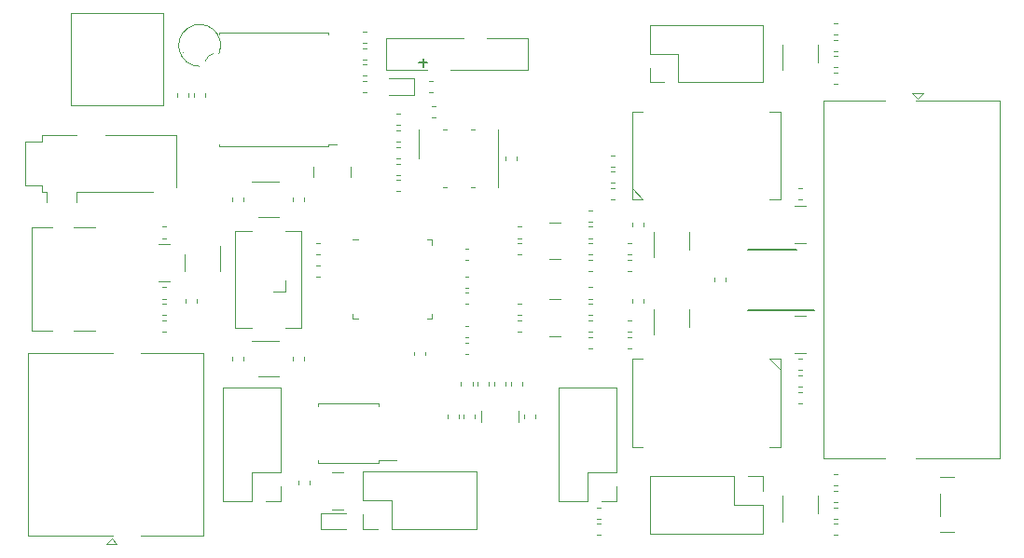
<source format=gbr>
G04 #@! TF.GenerationSoftware,KiCad,Pcbnew,5.1.5*
G04 #@! TF.CreationDate,2020-08-12T23:37:00+02:00*
G04 #@! TF.ProjectId,icE1usb,69634531-7573-4622-9e6b-696361645f70,rev?*
G04 #@! TF.SameCoordinates,Original*
G04 #@! TF.FileFunction,Legend,Top*
G04 #@! TF.FilePolarity,Positive*
%FSLAX46Y46*%
G04 Gerber Fmt 4.6, Leading zero omitted, Abs format (unit mm)*
G04 Created by KiCad (PCBNEW 5.1.5) date 2020-08-12 23:37:00*
%MOMM*%
%LPD*%
G04 APERTURE LIST*
%ADD10C,0.100000*%
%ADD11C,0.120000*%
%ADD12C,0.150000*%
G04 APERTURE END LIST*
D10*
X-28499999Y19346058D02*
G75*
G02X-26750001Y20500001I-1J1903942D01*
G01*
X-27977879Y19825960D02*
G75*
G02X-27249999Y20499999I977879J-325960D01*
G01*
D11*
X-14820000Y9250000D02*
X-14820000Y10250000D01*
X-18180000Y9250000D02*
X-18180000Y10250000D01*
X25837221Y7240000D02*
X26162779Y7240000D01*
X25837221Y8260000D02*
X26162779Y8260000D01*
X-17587221Y1260000D02*
X-17912779Y1260000D01*
X-17587221Y240000D02*
X-17912779Y240000D01*
X430000Y-13000000D02*
X430000Y-12000000D01*
X-2930000Y-13000000D02*
X-2930000Y-12000000D01*
X-4760000Y-9337221D02*
X-4760000Y-9662779D01*
X-3740000Y-9337221D02*
X-3740000Y-9662779D01*
X-3260000Y-9337221D02*
X-3260000Y-9662779D01*
X-2240000Y-9337221D02*
X-2240000Y-9662779D01*
X-1760000Y-9337221D02*
X-1760000Y-9662779D01*
X-740000Y-9337221D02*
X-740000Y-9662779D01*
X-260000Y-9337221D02*
X-260000Y-9662779D01*
X760000Y-9337221D02*
X760000Y-9662779D01*
X-4510000Y-12337221D02*
X-4510000Y-12662779D01*
X-3490000Y-12337221D02*
X-3490000Y-12662779D01*
X-6010000Y-12337221D02*
X-6010000Y-12662779D01*
X-4990000Y-12337221D02*
X-4990000Y-12662779D01*
X990000Y-12337221D02*
X990000Y-12662779D01*
X2010000Y-12337221D02*
X2010000Y-12662779D01*
X-39700000Y7900000D02*
X-39700000Y7000000D01*
X-42400000Y7900000D02*
X-42400000Y7000000D01*
X-32750000Y7900000D02*
X-39700000Y7900000D01*
X-30650000Y13100000D02*
X-30650000Y8400000D01*
X-37050000Y13100000D02*
X-30650000Y13100000D01*
X-42850000Y13100000D02*
X-39650000Y13100000D01*
X-42850000Y12500000D02*
X-42850000Y13100000D01*
X-44350000Y12500000D02*
X-42850000Y12500000D01*
X-44350000Y8500000D02*
X-44350000Y12500000D01*
X-42850000Y8500000D02*
X-44350000Y8500000D01*
X-42850000Y7900000D02*
X-42850000Y8500000D01*
X-42400000Y7900000D02*
X-42850000Y7900000D01*
X37200000Y16935000D02*
X36700000Y16435000D01*
X36200000Y16935000D02*
X37200000Y16935000D01*
X36700000Y16435000D02*
X36200000Y16935000D01*
X28185000Y-16240000D02*
X33700000Y-16240000D01*
X28140000Y16240000D02*
X33700000Y16240000D01*
X28140000Y16240000D02*
X28140000Y-16240000D01*
X44110000Y-16240000D02*
X36500000Y-16240000D01*
X44110000Y16240000D02*
X36500000Y16240000D01*
X44110000Y16240000D02*
X44110000Y-16240000D01*
X7912779Y-20740000D02*
X7587221Y-20740000D01*
X7912779Y-21760000D02*
X7587221Y-21760000D01*
X7912779Y-22240000D02*
X7587221Y-22240000D01*
X7912779Y-23260000D02*
X7587221Y-23260000D01*
X-7662779Y16990000D02*
X-7337221Y16990000D01*
X-7662779Y18010000D02*
X-7337221Y18010000D01*
X-27990000Y16587221D02*
X-27990000Y16912779D01*
X-29010000Y16587221D02*
X-29010000Y16912779D01*
X-9015000Y18235000D02*
X-11300000Y18235000D01*
X-9015000Y16765000D02*
X-9015000Y18235000D01*
X-11300000Y16765000D02*
X-9015000Y16765000D01*
D10*
X-29950000Y20590000D02*
G75*
G03X-29950000Y20590000I-50000J0D01*
G01*
D11*
X-13662779Y16990000D02*
X-13337221Y16990000D01*
X-13662779Y18010000D02*
X-13337221Y18010000D01*
X-13662779Y21490000D02*
X-13337221Y21490000D01*
X-13662779Y22510000D02*
X-13337221Y22510000D01*
X-13662779Y18490000D02*
X-13337221Y18490000D01*
X-13662779Y19510000D02*
X-13337221Y19510000D01*
X-13662779Y19990000D02*
X-13337221Y19990000D01*
X-13662779Y21010000D02*
X-13337221Y21010000D01*
X-30510000Y16912779D02*
X-30510000Y16587221D01*
X-29490000Y16912779D02*
X-29490000Y16587221D01*
X-2440000Y21910000D02*
X1285000Y21910000D01*
X-11535000Y21910000D02*
X-4560000Y21910000D01*
X-11535000Y19040000D02*
X-11535000Y21910000D01*
X1285000Y19040000D02*
X1285000Y21910000D01*
X-5690000Y19040000D02*
X1285000Y19040000D01*
X-11530000Y19040000D02*
X-7810000Y19040000D01*
X25500000Y3320000D02*
X26500000Y3320000D01*
X25500000Y6680000D02*
X26500000Y6680000D01*
D12*
X27275000Y-2800000D02*
X21300000Y-2800000D01*
X25700000Y2725000D02*
X21300000Y2725000D01*
D11*
X19260000Y-162779D02*
X19260000Y162779D01*
X18240000Y-162779D02*
X18240000Y162779D01*
X26162779Y-10240000D02*
X25837221Y-10240000D01*
X26162779Y-11260000D02*
X25837221Y-11260000D01*
X25837221Y-8260000D02*
X26162779Y-8260000D01*
X25837221Y-7240000D02*
X26162779Y-7240000D01*
X8837221Y10240000D02*
X9162779Y10240000D01*
X8837221Y11260000D02*
X9162779Y11260000D01*
X9162779Y8260000D02*
X8837221Y8260000D01*
X9162779Y7240000D02*
X8837221Y7240000D01*
X25837221Y-9760000D02*
X26162779Y-9760000D01*
X25837221Y-8740000D02*
X26162779Y-8740000D01*
X662779Y-2240000D02*
X337221Y-2240000D01*
X662779Y-3260000D02*
X337221Y-3260000D01*
X662779Y-3740000D02*
X337221Y-3740000D01*
X662779Y-4760000D02*
X337221Y-4760000D01*
X9162779Y9760000D02*
X8837221Y9760000D01*
X9162779Y8740000D02*
X8837221Y8740000D01*
X662779Y3260000D02*
X337221Y3260000D01*
X662779Y2240000D02*
X337221Y2240000D01*
X662779Y4760000D02*
X337221Y4760000D01*
X662779Y3740000D02*
X337221Y3740000D01*
X4250000Y-1820000D02*
X3250000Y-1820000D01*
X4250000Y-5180000D02*
X3250000Y-5180000D01*
X4250000Y5180000D02*
X3250000Y5180000D01*
X4250000Y1820000D02*
X3250000Y1820000D01*
X25500000Y-6680000D02*
X26500000Y-6680000D01*
X25500000Y-3320000D02*
X26500000Y-3320000D01*
X-16500000Y-20930000D02*
X-15500000Y-20930000D01*
X-16500000Y-17570000D02*
X-15500000Y-17570000D01*
X-31250000Y3180000D02*
X-32250000Y3180000D01*
X-31250000Y-180000D02*
X-32250000Y-180000D01*
X7162779Y-3740000D02*
X6837221Y-3740000D01*
X7162779Y-4760000D02*
X6837221Y-4760000D01*
X7162779Y-2240000D02*
X6837221Y-2240000D01*
X7162779Y-3260000D02*
X6837221Y-3260000D01*
X7162779Y-740000D02*
X6837221Y-740000D01*
X7162779Y-1760000D02*
X6837221Y-1760000D01*
X7162779Y-5240000D02*
X6837221Y-5240000D01*
X7162779Y-6260000D02*
X6837221Y-6260000D01*
X7162779Y4760000D02*
X6837221Y4760000D01*
X7162779Y3740000D02*
X6837221Y3740000D01*
X7162779Y3260000D02*
X6837221Y3260000D01*
X7162779Y2240000D02*
X6837221Y2240000D01*
X7162779Y1760000D02*
X6837221Y1760000D01*
X7162779Y740000D02*
X6837221Y740000D01*
X7162779Y6260000D02*
X6837221Y6260000D01*
X7162779Y5240000D02*
X6837221Y5240000D01*
X11760000Y-2162779D02*
X11760000Y-1837221D01*
X10740000Y-2162779D02*
X10740000Y-1837221D01*
X11760000Y4837221D02*
X11760000Y5162779D01*
X10740000Y4837221D02*
X10740000Y5162779D01*
X29412779Y-22240000D02*
X29087221Y-22240000D01*
X29412779Y-23260000D02*
X29087221Y-23260000D01*
X29412779Y-20740000D02*
X29087221Y-20740000D01*
X29412779Y-21760000D02*
X29087221Y-21760000D01*
X29412779Y-19240000D02*
X29087221Y-19240000D01*
X29412779Y-20260000D02*
X29087221Y-20260000D01*
X29412779Y-17740000D02*
X29087221Y-17740000D01*
X29412779Y-18760000D02*
X29087221Y-18760000D01*
X29412779Y17740000D02*
X29087221Y17740000D01*
X29412779Y18760000D02*
X29087221Y18760000D01*
X29412779Y20260000D02*
X29087221Y20260000D01*
X29412779Y19240000D02*
X29087221Y19240000D01*
X29412779Y21760000D02*
X29087221Y21760000D01*
X29412779Y20740000D02*
X29087221Y20740000D01*
X29412779Y23260000D02*
X29087221Y23260000D01*
X29412779Y22240000D02*
X29087221Y22240000D01*
X10662779Y-3740000D02*
X10337221Y-3740000D01*
X10662779Y-4760000D02*
X10337221Y-4760000D01*
X10662779Y-5240000D02*
X10337221Y-5240000D01*
X10662779Y-6260000D02*
X10337221Y-6260000D01*
X10662779Y3260000D02*
X10337221Y3260000D01*
X10662779Y2240000D02*
X10337221Y2240000D01*
X10662779Y1760000D02*
X10337221Y1760000D01*
X10662779Y740000D02*
X10337221Y740000D01*
X260000Y10837221D02*
X260000Y11162779D01*
X-760000Y10837221D02*
X-760000Y11162779D01*
X-10337221Y10510000D02*
X-10662779Y10510000D01*
X-10337221Y9490000D02*
X-10662779Y9490000D01*
X-10337221Y15010000D02*
X-10662779Y15010000D01*
X-10337221Y13990000D02*
X-10662779Y13990000D01*
X-10337221Y13510000D02*
X-10662779Y13510000D01*
X-10337221Y12490000D02*
X-10662779Y12490000D01*
X-29760000Y-1837221D02*
X-29760000Y-2162779D01*
X-28740000Y-1837221D02*
X-28740000Y-2162779D01*
X-4412779Y-6760000D02*
X-4087221Y-6760000D01*
X-4412779Y-5740000D02*
X-4087221Y-5740000D01*
X-31587221Y-740000D02*
X-31912779Y-740000D01*
X-31587221Y-1760000D02*
X-31912779Y-1760000D01*
X-31587221Y4760000D02*
X-31912779Y4760000D01*
X-31587221Y3740000D02*
X-31912779Y3740000D01*
X-31912779Y-4760000D02*
X-31587221Y-4760000D01*
X-31912779Y-3740000D02*
X-31587221Y-3740000D01*
X9330000Y-20140000D02*
X8000000Y-20140000D01*
X9330000Y-18810000D02*
X9330000Y-20140000D01*
X6730000Y-20140000D02*
X4130000Y-20140000D01*
X6730000Y-17540000D02*
X6730000Y-20140000D01*
X9330000Y-17540000D02*
X6730000Y-17540000D01*
X4130000Y-20140000D02*
X4130000Y-9860000D01*
X9330000Y-17540000D02*
X9330000Y-9860000D01*
X9330000Y-9860000D02*
X4130000Y-9860000D01*
X-21150000Y-20140000D02*
X-22480000Y-20140000D01*
X-21150000Y-18810000D02*
X-21150000Y-20140000D01*
X-23750000Y-20140000D02*
X-26350000Y-20140000D01*
X-23750000Y-17540000D02*
X-23750000Y-20140000D01*
X-21150000Y-17540000D02*
X-23750000Y-17540000D01*
X-26350000Y-20140000D02*
X-26350000Y-9860000D01*
X-21150000Y-17540000D02*
X-21150000Y-9860000D01*
X-21150000Y-9860000D02*
X-26350000Y-9860000D01*
X-17485000Y-22735000D02*
X-15200000Y-22735000D01*
X-17485000Y-21265000D02*
X-17485000Y-22735000D01*
X-15200000Y-21265000D02*
X-17485000Y-21265000D01*
X-10337221Y9010000D02*
X-10662779Y9010000D01*
X-10337221Y7990000D02*
X-10662779Y7990000D01*
X-10662779Y10990000D02*
X-10337221Y10990000D01*
X-10662779Y12010000D02*
X-10337221Y12010000D01*
X-19510000Y-18337221D02*
X-19510000Y-18662779D01*
X-18490000Y-18337221D02*
X-18490000Y-18662779D01*
X-7412779Y14740000D02*
X-7087221Y14740000D01*
X-7412779Y15760000D02*
X-7087221Y15760000D01*
X-4412779Y-760000D02*
X-4087221Y-760000D01*
X-4412779Y260000D02*
X-4087221Y260000D01*
X-4412779Y-2260000D02*
X-4087221Y-2260000D01*
X-4412779Y-1240000D02*
X-4087221Y-1240000D01*
X-4412779Y1740000D02*
X-4087221Y1740000D01*
X-4412779Y2760000D02*
X-4087221Y2760000D01*
X-9010000Y-6587221D02*
X-9010000Y-6912779D01*
X-7990000Y-6587221D02*
X-7990000Y-6912779D01*
X-17587221Y3260000D02*
X-17912779Y3260000D01*
X-17587221Y2240000D02*
X-17912779Y2240000D01*
X-31587221Y-2240000D02*
X-31912779Y-2240000D01*
X-31587221Y-3260000D02*
X-31912779Y-3260000D01*
X-21350000Y8860000D02*
X-23800000Y8860000D01*
X-23150000Y5640000D02*
X-21350000Y5640000D01*
X-21350000Y-5640000D02*
X-23800000Y-5640000D01*
X-23150000Y-8860000D02*
X-21350000Y-8860000D01*
X-20010000Y7412779D02*
X-20010000Y7087221D01*
X-18990000Y7412779D02*
X-18990000Y7087221D01*
X-25510000Y7412779D02*
X-25510000Y7087221D01*
X-24490000Y7412779D02*
X-24490000Y7087221D01*
X-20010000Y-7087221D02*
X-20010000Y-7412779D01*
X-18990000Y-7087221D02*
X-18990000Y-7412779D01*
X-25510000Y-7087221D02*
X-25510000Y-7412779D01*
X-24490000Y-7087221D02*
X-24490000Y-7412779D01*
X-4412779Y-5260000D02*
X-4087221Y-5260000D01*
X-4412779Y-4240000D02*
X-4087221Y-4240000D01*
X-40150000Y15850000D02*
X-31850000Y15850000D01*
X-40150000Y24150000D02*
X-31850000Y24150000D01*
X-31850000Y15850000D02*
X-31850000Y24150000D01*
X-40150000Y15850000D02*
X-40150000Y24150000D01*
X24400000Y-19700000D02*
X24400000Y-22000000D01*
X27600000Y-21300000D02*
X27600000Y-19700000D01*
X12725000Y-2700000D02*
X12725000Y-5000000D01*
X15925000Y-4300000D02*
X15925000Y-2700000D01*
X24400000Y21300000D02*
X24400000Y19000000D01*
X27600000Y19700000D02*
X27600000Y21300000D01*
X12725000Y4300000D02*
X12725000Y2000000D01*
X15925000Y2700000D02*
X15925000Y4300000D01*
X-26650000Y700000D02*
X-26650000Y3000000D01*
X-29850000Y2300000D02*
X-29850000Y700000D01*
X22640000Y-17900000D02*
X22640000Y-19230000D01*
X21310000Y-17900000D02*
X22640000Y-17900000D01*
X22640000Y-20500000D02*
X22640000Y-23100000D01*
X20040000Y-20500000D02*
X22640000Y-20500000D01*
X20040000Y-17900000D02*
X20040000Y-20500000D01*
X22640000Y-23100000D02*
X12360000Y-23100000D01*
X20040000Y-17900000D02*
X12360000Y-17900000D01*
X12360000Y-17900000D02*
X12360000Y-23100000D01*
X12360000Y17900000D02*
X12360000Y19230000D01*
X13690000Y17900000D02*
X12360000Y17900000D01*
X12360000Y20500000D02*
X12360000Y23100000D01*
X14960000Y20500000D02*
X12360000Y20500000D01*
X14960000Y17900000D02*
X14960000Y20500000D01*
X12360000Y23100000D02*
X22640000Y23100000D01*
X14960000Y17900000D02*
X22640000Y17900000D01*
X22640000Y17900000D02*
X22640000Y23100000D01*
X-13650000Y-22680000D02*
X-13650000Y-21350000D01*
X-12320000Y-22680000D02*
X-13650000Y-22680000D01*
X-13650000Y-20080000D02*
X-13650000Y-17480000D01*
X-11050000Y-20080000D02*
X-13650000Y-20080000D01*
X-11050000Y-22680000D02*
X-11050000Y-20080000D01*
X-13650000Y-17480000D02*
X-3370000Y-17480000D01*
X-11050000Y-22680000D02*
X-3370000Y-22680000D01*
X-3370000Y-22680000D02*
X-3370000Y-17480000D01*
X-16100000Y12240000D02*
X-16790000Y12240000D01*
X-16790000Y12090000D02*
X-16790000Y12240000D01*
X-26710000Y12090000D02*
X-26710000Y12240000D01*
X-16790000Y22260000D02*
X-16790000Y22410000D01*
X-26710000Y22260000D02*
X-26710000Y22410000D01*
X-16790000Y22410000D02*
X-26710000Y22410000D01*
X-16790000Y12090000D02*
X-26710000Y12090000D01*
X-3560000Y8390000D02*
X-3900000Y8390000D01*
X-1380000Y13610000D02*
X-1380000Y8390000D01*
X-6440000Y13610000D02*
X-6100000Y13610000D01*
X-8620000Y11000000D02*
X-8620000Y13610000D01*
X-6100000Y8390000D02*
X-6440000Y8390000D01*
X-3900000Y13610000D02*
X-3560000Y13610000D01*
X24250000Y-15250000D02*
X23250000Y-15250000D01*
X10750000Y-7250000D02*
X11750000Y-7250000D01*
X24250000Y-7250000D02*
X24250000Y-15250000D01*
X10750000Y-7250000D02*
X10750000Y-15250000D01*
X10750000Y-15250000D02*
X11750000Y-15250000D01*
X24250000Y-8250000D02*
X23250000Y-7250000D01*
X24250000Y-7250000D02*
X23250000Y-7250000D01*
X10750000Y15250000D02*
X11750000Y15250000D01*
X24250000Y7250000D02*
X23250000Y7250000D01*
X10750000Y7250000D02*
X10750000Y15250000D01*
X24250000Y7250000D02*
X24250000Y15250000D01*
X24250000Y15250000D02*
X23250000Y15250000D01*
X10750000Y8250000D02*
X11750000Y7250000D01*
X10750000Y7250000D02*
X11750000Y7250000D01*
X38750000Y-19500000D02*
X38750000Y-21500000D01*
X38750000Y-23000000D02*
X40000000Y-23000000D01*
X40000000Y-18000000D02*
X38750000Y-18000000D01*
X-25250000Y-4400000D02*
X-23750000Y-4400000D01*
X-25250000Y4400000D02*
X-25250000Y-4400000D01*
X-23750000Y4400000D02*
X-25250000Y4400000D01*
X-19250000Y-4400000D02*
X-20750000Y-4400000D01*
X-19250000Y1700000D02*
X-19250000Y-4400000D01*
X-19250000Y4400000D02*
X-19250000Y1700000D01*
X-20750000Y4400000D02*
X-19250000Y4400000D01*
D10*
X-20750000Y-1100000D02*
X-21850000Y-1100000D01*
X-20750000Y-1100000D02*
X-20750000Y-100000D01*
D11*
X-37000000Y-24070000D02*
X-36500000Y-23570000D01*
X-36000000Y-24070000D02*
X-37000000Y-24070000D01*
X-36500000Y-23570000D02*
X-36000000Y-24070000D01*
X-28185000Y-6690000D02*
X-33860000Y-6690000D01*
X-28185000Y-23330000D02*
X-33860000Y-23330000D01*
X-28185000Y-23330000D02*
X-28185000Y-6690000D01*
X-44065000Y-6690000D02*
X-36360000Y-6690000D01*
X-44065000Y-23330000D02*
X-36360000Y-23330000D01*
X-44065000Y-23330000D02*
X-44065000Y-6690000D01*
X-43750000Y4700000D02*
X-43750000Y-4700000D01*
X-37950000Y-4700000D02*
X-39950000Y-4700000D01*
X-41850000Y-4700000D02*
X-43750000Y-4700000D01*
X-37950000Y4700000D02*
X-39950000Y4700000D01*
X-41850000Y4700000D02*
X-43750000Y4700000D01*
X-12275000Y-16465000D02*
X-10600000Y-16465000D01*
X-12275000Y-16725000D02*
X-12275000Y-16465000D01*
X-15000000Y-16725000D02*
X-12275000Y-16725000D01*
X-17725000Y-16725000D02*
X-17725000Y-16465000D01*
X-15000000Y-16725000D02*
X-17725000Y-16725000D01*
X-12275000Y-11275000D02*
X-12275000Y-11535000D01*
X-15000000Y-11275000D02*
X-12275000Y-11275000D01*
X-17725000Y-11275000D02*
X-17725000Y-11535000D01*
X-15000000Y-11275000D02*
X-17725000Y-11275000D01*
X-14135000Y3610000D02*
X-14610000Y3610000D01*
X-7390000Y-3610000D02*
X-7390000Y-3135000D01*
X-7865000Y-3610000D02*
X-7390000Y-3610000D01*
X-14610000Y-3610000D02*
X-14610000Y-3135000D01*
X-14135000Y-3610000D02*
X-14610000Y-3610000D01*
X-7390000Y3610000D02*
X-7390000Y3135000D01*
X-7865000Y3610000D02*
X-7390000Y3610000D01*
D12*
X-8590952Y19678571D02*
X-7829047Y19678571D01*
X-8210000Y19297619D02*
X-8210000Y20059523D01*
M02*

</source>
